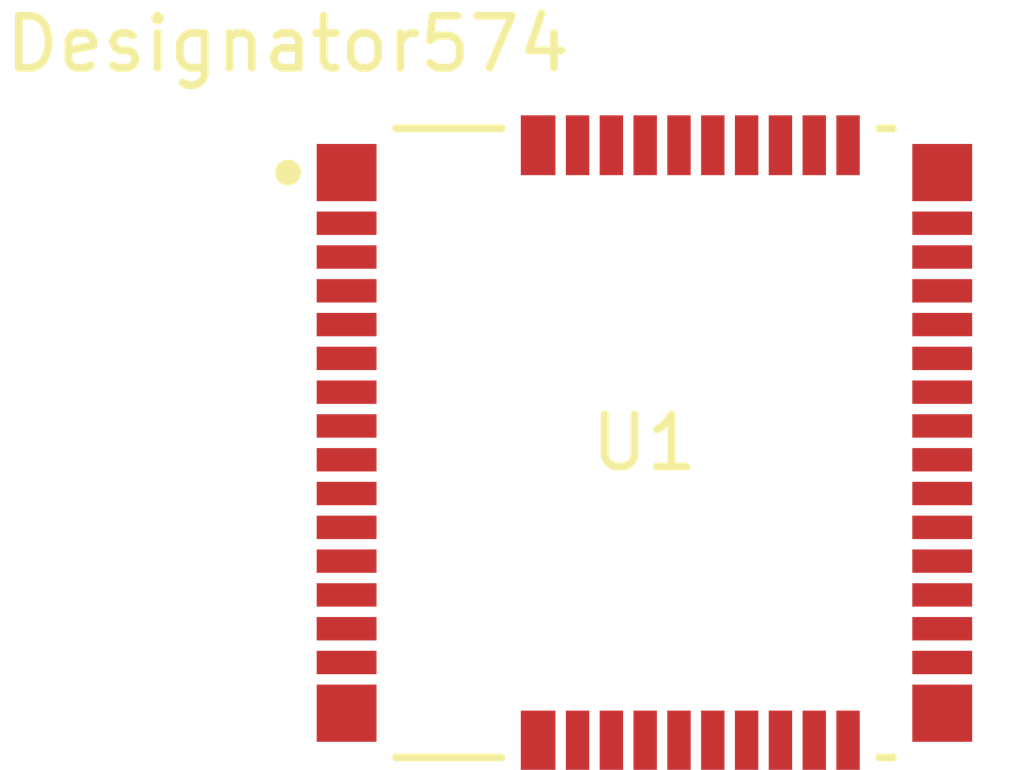
<source format=kicad_pcb>
(kicad_pcb (version 20240108) (generator "pcbnew") (generator_version "8.0")
  (layers (0 "F.Cu" signal) (31 "B.Cu" signal) (34 "B.Paste" user) (35 "F.Paste" user) (36 "B.SilkS" user "B.Silkscreen") (37 "F.SilkS" user "F.Silkscreen") (38 "B.Mask" user) (39 "F.Mask" user) (44 "Edge.Cuts" user))
  (net 0 "")
  (footprint "custom_lib:RQS0052C-C01-MFG" (layer "F.Cu") (at 53.275 50.7)
    (property "Reference" "U1" (at 0 0 0) (layer "F.SilkS"))
    (property "Value" "LMG3526R030RQST")
    (fp_line (start -4.774999 -6.050001) (end -2.7505 -6.050001) (stroke (width 0.15)) (layer "F.SilkS"))
    (fp_line (start -4.774999 6.050001) (end -2.7505 6.050001) (stroke (width 0.15)) (layer "F.SilkS"))
    (fp_line (start 4.515 -6.050001) (end 4.774999 -6.050001) (stroke (width 0.15)) (layer "F.SilkS"))
    (fp_line (start 4.515 6.050001) (end 4.774999 6.050001) (stroke (width 0.15)) (layer "F.SilkS"))
    (fp_circle (center -6.849999 -5.2) (end -6.724998 -5.2) (stroke (width 0.25)) (fill none) (layer "F.SilkS"))
    (fp_text user "Designator574" (at -6.858 -7.6708 0) (layer "F.SilkS"))
    (pad "1" smd rect (at -5.725 -5.2) (size 1.15 1.1) (layers "F.Cu" "F.Mask"))
    (pad "2" smd rect (at -5.725 -4.225) (size 1.15 0.449999) (layers "F.Cu" "F.Paste" "F.Mask"))
    (pad "3" smd rect (at -5.725 -3.574999) (size 1.15 0.449999) (layers "F.Cu" "F.Paste" "F.Mask"))
    (pad "4" smd rect (at -5.725 -2.925) (size 1.15 0.449999) (layers "F.Cu" "F.Paste" "F.Mask"))
    (pad "5" smd rect (at -5.725 -2.274999) (size 1.15 0.449999) (layers "F.Cu" "F.Paste" "F.Mask"))
    (pad "6" smd rect (at -5.725 -1.625001) (size 1.15 0.449999) (layers "F.Cu" "F.Paste" "F.Mask"))
    (pad "7" smd rect (at -5.725 -0.974999) (size 1.15 0.449999) (layers "F.Cu" "F.Paste" "F.Mask"))
    (pad "8" smd rect (at -5.725 -0.325001) (size 1.15 0.449999) (layers "F.Cu" "F.Paste" "F.Mask"))
    (pad "9" smd rect (at -5.725 0.325001) (size 1.15 0.449999) (layers "F.Cu" "F.Paste" "F.Mask"))
    (pad "10" smd rect (at -5.725 0.974999) (size 1.15 0.449999) (layers "F.Cu" "F.Paste" "F.Mask"))
    (pad "11" smd rect (at -5.725 1.625001) (size 1.15 0.449999) (layers "F.Cu" "F.Paste" "F.Mask"))
    (pad "12" smd rect (at -5.725 2.274999) (size 1.15 0.449999) (layers "F.Cu" "F.Paste" "F.Mask"))
    (pad "13" smd rect (at -5.725 2.925) (size 1.15 0.449999) (layers "F.Cu" "F.Paste" "F.Mask"))
    (pad "14" smd rect (at -5.725 3.574999) (size 1.15 0.449999) (layers "F.Cu" "F.Paste" "F.Mask"))
    (pad "15" smd rect (at -5.725 4.225) (size 1.15 0.449999) (layers "F.Cu" "F.Paste" "F.Mask"))
    (pad "16" smd rect (at -5.725 5.2) (size 1.15 1.1) (layers "F.Cu" "F.Mask"))
    (pad "17" smd rect (at -2.042998 5.725) (size 0.665 1.15) (layers "F.Cu" "F.Paste" "F.Mask"))
    (pad "18" smd rect (at -1.284999 5.725 90) (size 1.15 0.449999) (layers "F.Cu" "F.Paste" "F.Mask"))
    (pad "19" smd rect (at -0.635 5.725 90) (size 1.15 0.449999) (layers "F.Cu" "F.Paste" "F.Mask"))
    (pad "20" smd rect (at 0.015001 5.725 90) (size 1.15 0.449999) (layers "F.Cu" "F.Paste" "F.Mask"))
    (pad "21" smd rect (at 0.665 5.725 90) (size 1.15 0.449999) (layers "F.Cu" "F.Paste" "F.Mask"))
    (pad "22" smd rect (at 1.315001 5.725 90) (size 1.15 0.449999) (layers "F.Cu" "F.Paste" "F.Mask"))
    (pad "23" smd rect (at 1.965 5.725 90) (size 1.15 0.449999) (layers "F.Cu" "F.Paste" "F.Mask"))
    (pad "24" smd rect (at 2.615001 5.725 90) (size 1.15 0.449999) (layers "F.Cu" "F.Paste" "F.Mask"))
    (pad "25" smd rect (at 3.265 5.725 90) (size 1.15 0.449999) (layers "F.Cu" "F.Paste" "F.Mask"))
    (pad "26" smd rect (at 3.915001 5.725 90) (size 1.15 0.449999) (layers "F.Cu" "F.Paste" "F.Mask"))
    (pad "27" smd rect (at 5.725 5.2) (size 1.15 1.1) (layers "F.Cu" "F.Mask"))
    (pad "28" smd rect (at 5.725 4.225) (size 1.15 0.449999) (layers "F.Cu" "F.Paste" "F.Mask"))
    (pad "29" smd rect (at 5.725 3.574999) (size 1.15 0.449999) (layers "F.Cu" "F.Paste" "F.Mask"))
    (pad "30" smd rect (at 5.725 2.925) (size 1.15 0.449999) (layers "F.Cu" "F.Paste" "F.Mask"))
    (pad "31" smd rect (at 5.725 2.274999) (size 1.15 0.449999) (layers "F.Cu" "F.Paste" "F.Mask"))
    (pad "32" smd rect (at 5.725 1.625001) (size 1.15 0.449999) (layers "F.Cu" "F.Paste" "F.Mask"))
    (pad "33" smd rect (at 5.725 0.974999) (size 1.15 0.449999) (layers "F.Cu" "F.Paste" "F.Mask"))
    (pad "34" smd rect (at 5.725 0.325001) (size 1.15 0.449999) (layers "F.Cu" "F.Paste" "F.Mask"))
    (pad "35" smd rect (at 5.725 -0.325001) (size 1.15 0.449999) (layers "F.Cu" "F.Paste" "F.Mask"))
    (pad "36" smd rect (at 5.725 -0.974999) (size 1.15 0.449999) (layers "F.Cu" "F.Paste" "F.Mask"))
    (pad "37" smd rect (at 5.725 -1.625001) (size 1.15 0.449999) (layers "F.Cu" "F.Paste" "F.Mask"))
    (pad "38" smd rect (at 5.725 -2.274999) (size 1.15 0.449999) (layers "F.Cu" "F.Paste" "F.Mask"))
    (pad "39" smd rect (at 5.725 -2.925) (size 1.15 0.449999) (layers "F.Cu" "F.Paste" "F.Mask"))
    (pad "40" smd rect (at 5.725 -3.574999) (size 1.15 0.449999) (layers "F.Cu" "F.Paste" "F.Mask"))
    (pad "41" smd rect (at 5.725 -4.225) (size 1.15 0.449999) (layers "F.Cu" "F.Paste" "F.Mask"))
    (pad "42" smd rect (at 5.725 -5.2) (size 1.15 1.1) (layers "F.Cu" "F.Mask"))
    (pad "43" smd rect (at 3.915001 -5.725 90) (size 1.15 0.449999) (layers "F.Cu" "F.Paste" "F.Mask"))
    (pad "44" smd rect (at 3.265 -5.725 90) (size 1.15 0.449999) (layers "F.Cu" "F.Paste" "F.Mask"))
    (pad "45" smd rect (at 2.615001 -5.725 90) (size 1.15 0.449999) (layers "F.Cu" "F.Paste" "F.Mask"))
    (pad "46" smd rect (at 1.965 -5.725 90) (size 1.15 0.449999) (layers "F.Cu" "F.Paste" "F.Mask"))
    (pad "47" smd rect (at 1.315001 -5.725 90) (size 1.15 0.449999) (layers "F.Cu" "F.Paste" "F.Mask"))
    (pad "48" smd rect (at 0.665 -5.725 90) (size 1.15 0.449999) (layers "F.Cu" "F.Paste" "F.Mask"))
    (pad "49" smd rect (at 0.015001 -5.725 90) (size 1.15 0.449999) (layers "F.Cu" "F.Paste" "F.Mask"))
    (pad "50" smd rect (at -0.635 -5.725 90) (size 1.15 0.449999) (layers "F.Cu" "F.Paste" "F.Mask"))
    (pad "51" smd rect (at -1.285001 -5.725 90) (size 1.15 0.449999) (layers "F.Cu" "F.Paste" "F.Mask"))
    (pad "52" smd rect (at -2.043001 -5.725) (size 0.665 1.15) (layers "F.Cu" "F.Paste" "F.Mask"))
  )
)
</source>
